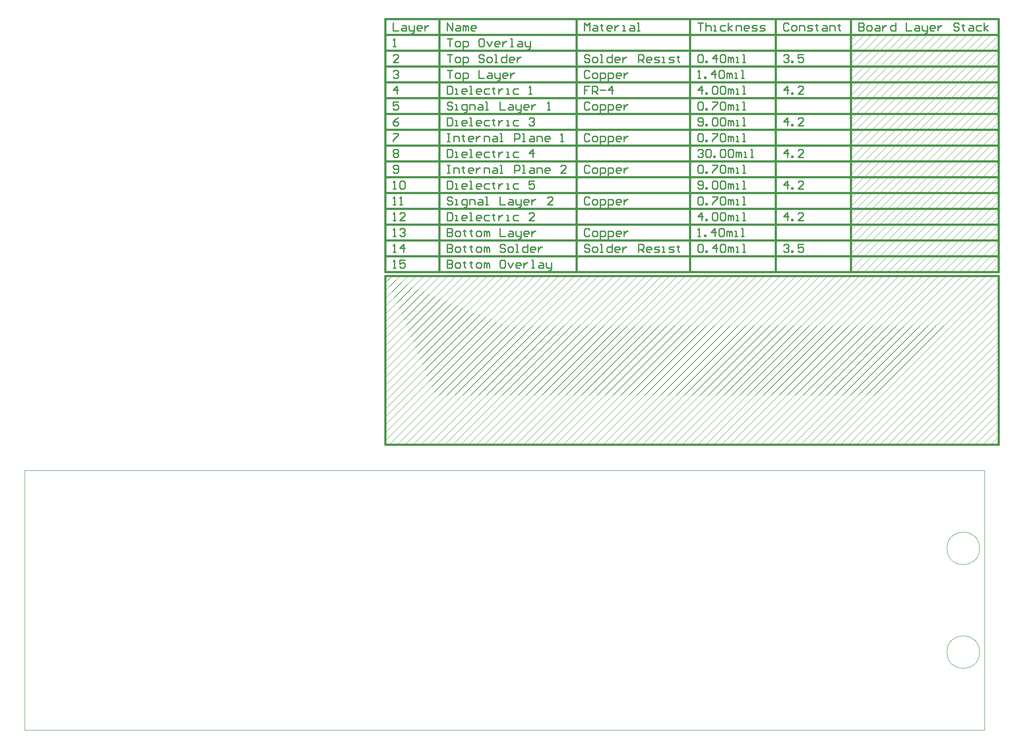
<source format=gko>
G04 Layer_Color=16711935*
%FSLAX25Y25*%
%MOIN*%
G70*
G01*
G75*
%ADD19C,0.01000*%
%ADD37C,0.00100*%
%ADD49C,0.01500*%
%ADD50C,0.00300*%
D19*
X632408Y536702D02*
Y530704D01*
X635407D01*
X636406Y531704D01*
Y532704D01*
X635407Y533703D01*
X632408D01*
X635407D01*
X636406Y534703D01*
Y535703D01*
X635407Y536702D01*
X632408D01*
X639405Y530704D02*
X641405D01*
X642405Y531704D01*
Y533703D01*
X641405Y534703D01*
X639405D01*
X638406Y533703D01*
Y531704D01*
X639405Y530704D01*
X645403Y534703D02*
X647403D01*
X648403Y533703D01*
Y530704D01*
X645403D01*
X644404Y531704D01*
X645403Y532704D01*
X648403D01*
X650402Y534703D02*
Y530704D01*
Y532704D01*
X651402Y533703D01*
X652401Y534703D01*
X653401D01*
X660399Y536702D02*
Y530704D01*
X657400D01*
X656400Y531704D01*
Y533703D01*
X657400Y534703D01*
X660399D01*
X668396Y536702D02*
Y530704D01*
X672395D01*
X675394Y534703D02*
X677393D01*
X678393Y533703D01*
Y530704D01*
X675394D01*
X674394Y531704D01*
X675394Y532704D01*
X678393D01*
X680392Y534703D02*
Y531704D01*
X681392Y530704D01*
X684391D01*
Y529705D01*
X683391Y528705D01*
X682392D01*
X684391Y530704D02*
Y534703D01*
X689389Y530704D02*
X687390D01*
X686390Y531704D01*
Y533703D01*
X687390Y534703D01*
X689389D01*
X690389Y533703D01*
Y532704D01*
X686390D01*
X692388Y534703D02*
Y530704D01*
Y532704D01*
X693388Y533703D01*
X694388Y534703D01*
X695387D01*
X708383Y535703D02*
X707383Y536702D01*
X705384D01*
X704384Y535703D01*
Y534703D01*
X705384Y533703D01*
X707383D01*
X708383Y532704D01*
Y531704D01*
X707383Y530704D01*
X705384D01*
X704384Y531704D01*
X711382Y535703D02*
Y534703D01*
X710383D01*
X712382D01*
X711382D01*
Y531704D01*
X712382Y530704D01*
X716381Y534703D02*
X718380D01*
X719380Y533703D01*
Y530704D01*
X716381D01*
X715381Y531704D01*
X716381Y532704D01*
X719380D01*
X725378Y534703D02*
X722379D01*
X721379Y533703D01*
Y531704D01*
X722379Y530704D01*
X725378D01*
X727377D02*
Y536702D01*
Y532704D02*
X730376Y534703D01*
X727377Y532704D02*
X730376Y530704D01*
X575422Y511703D02*
X576421Y512702D01*
X578421D01*
X579420Y511703D01*
Y510703D01*
X578421Y509703D01*
X577421D01*
X578421D01*
X579420Y508704D01*
Y507704D01*
X578421Y506704D01*
X576421D01*
X575422Y507704D01*
X581420Y506704D02*
Y507704D01*
X582419D01*
Y506704D01*
X581420D01*
X590417Y512702D02*
X586418D01*
Y509703D01*
X588417Y510703D01*
X589417D01*
X590417Y509703D01*
Y507704D01*
X589417Y506704D01*
X587418D01*
X586418Y507704D01*
X578421Y482704D02*
Y488702D01*
X575422Y485703D01*
X579420D01*
X581420Y482704D02*
Y483704D01*
X582419D01*
Y482704D01*
X581420D01*
X590417D02*
X586418D01*
X590417Y486703D01*
Y487703D01*
X589417Y488702D01*
X587418D01*
X586418Y487703D01*
X578421Y458704D02*
Y464702D01*
X575422Y461703D01*
X579420D01*
X581420Y458704D02*
Y459704D01*
X582419D01*
Y458704D01*
X581420D01*
X590417D02*
X586418D01*
X590417Y462703D01*
Y463703D01*
X589417Y464702D01*
X587418D01*
X586418Y463703D01*
X578421Y434704D02*
Y440702D01*
X575422Y437703D01*
X579420D01*
X581420Y434704D02*
Y435704D01*
X582419D01*
Y434704D01*
X581420D01*
X590417D02*
X586418D01*
X590417Y438703D01*
Y439703D01*
X589417Y440702D01*
X587418D01*
X586418Y439703D01*
X578421Y410704D02*
Y416702D01*
X575422Y413703D01*
X579420D01*
X581420Y410704D02*
Y411704D01*
X582419D01*
Y410704D01*
X581420D01*
X590417D02*
X586418D01*
X590417Y414703D01*
Y415703D01*
X589417Y416702D01*
X587418D01*
X586418Y415703D01*
X578421Y386704D02*
Y392702D01*
X575422Y389703D01*
X579420D01*
X581420Y386704D02*
Y387704D01*
X582419D01*
Y386704D01*
X581420D01*
X590417D02*
X586418D01*
X590417Y390703D01*
Y391703D01*
X589417Y392702D01*
X587418D01*
X586418Y391703D01*
X575422Y367703D02*
X576421Y368702D01*
X578421D01*
X579420Y367703D01*
Y366703D01*
X578421Y365703D01*
X577421D01*
X578421D01*
X579420Y364704D01*
Y363704D01*
X578421Y362704D01*
X576421D01*
X575422Y363704D01*
X581420Y362704D02*
Y363704D01*
X582419D01*
Y362704D01*
X581420D01*
X590417Y368702D02*
X586418D01*
Y365703D01*
X588417Y366703D01*
X589417D01*
X590417Y365703D01*
Y363704D01*
X589417Y362704D01*
X587418D01*
X586418Y363704D01*
X579420Y535703D02*
X578421Y536702D01*
X576421D01*
X575422Y535703D01*
Y531704D01*
X576421Y530704D01*
X578421D01*
X579420Y531704D01*
X582419Y530704D02*
X584419D01*
X585418Y531704D01*
Y533703D01*
X584419Y534703D01*
X582419D01*
X581420Y533703D01*
Y531704D01*
X582419Y530704D01*
X587418D02*
Y534703D01*
X590417D01*
X591416Y533703D01*
Y530704D01*
X593416D02*
X596415D01*
X597414Y531704D01*
X596415Y532704D01*
X594416D01*
X593416Y533703D01*
X594416Y534703D01*
X597414D01*
X600414Y535703D02*
Y534703D01*
X599414D01*
X601413D01*
X600414D01*
Y531704D01*
X601413Y530704D01*
X605412Y534703D02*
X607411D01*
X608411Y533703D01*
Y530704D01*
X605412D01*
X604412Y531704D01*
X605412Y532704D01*
X608411D01*
X610410Y530704D02*
Y534703D01*
X613409D01*
X614409Y533703D01*
Y530704D01*
X617408Y535703D02*
Y534703D01*
X616408D01*
X618408D01*
X617408D01*
Y531704D01*
X618408Y530704D01*
X510438Y511703D02*
X511438Y512702D01*
X513437D01*
X514437Y511703D01*
Y507704D01*
X513437Y506704D01*
X511438D01*
X510438Y507704D01*
Y511703D01*
X516436Y506704D02*
Y507704D01*
X517436D01*
Y506704D01*
X516436D01*
X524434D02*
Y512702D01*
X521434Y509703D01*
X525433D01*
X527433Y511703D02*
X528432Y512702D01*
X530432D01*
X531431Y511703D01*
Y507704D01*
X530432Y506704D01*
X528432D01*
X527433Y507704D01*
Y511703D01*
X533431Y506704D02*
Y510703D01*
X534430D01*
X535430Y509703D01*
Y506704D01*
Y509703D01*
X536430Y510703D01*
X537429Y509703D01*
Y506704D01*
X539429D02*
X541428D01*
X540428D01*
Y510703D01*
X539429D01*
X544427Y506704D02*
X546426D01*
X545427D01*
Y512702D01*
X544427D01*
X510438Y494704D02*
X512437D01*
X511438D01*
Y500702D01*
X510438Y499703D01*
X515437Y494704D02*
Y495704D01*
X516436D01*
Y494704D01*
X515437D01*
X523434D02*
Y500702D01*
X520435Y497703D01*
X524434D01*
X526433Y499703D02*
X527433Y500702D01*
X529432D01*
X530432Y499703D01*
Y495704D01*
X529432Y494704D01*
X527433D01*
X526433Y495704D01*
Y499703D01*
X532431Y494704D02*
Y498703D01*
X533431D01*
X534430Y497703D01*
Y494704D01*
Y497703D01*
X535430Y498703D01*
X536430Y497703D01*
Y494704D01*
X538429D02*
X540428D01*
X539429D01*
Y498703D01*
X538429D01*
X543427Y494704D02*
X545427D01*
X544427D01*
Y500702D01*
X543427D01*
X513437Y482704D02*
Y488702D01*
X510438Y485703D01*
X514437D01*
X516436Y482704D02*
Y483704D01*
X517436D01*
Y482704D01*
X516436D01*
X521434Y487703D02*
X522434Y488702D01*
X524434D01*
X525433Y487703D01*
Y483704D01*
X524434Y482704D01*
X522434D01*
X521434Y483704D01*
Y487703D01*
X527433D02*
X528432Y488702D01*
X530432D01*
X531431Y487703D01*
Y483704D01*
X530432Y482704D01*
X528432D01*
X527433Y483704D01*
Y487703D01*
X533431Y482704D02*
Y486703D01*
X534430D01*
X535430Y485703D01*
Y482704D01*
Y485703D01*
X536430Y486703D01*
X537429Y485703D01*
Y482704D01*
X539429D02*
X541428D01*
X540428D01*
Y486703D01*
X539429D01*
X544427Y482704D02*
X546426D01*
X545427D01*
Y488702D01*
X544427D01*
X510438Y475703D02*
X511438Y476702D01*
X513437D01*
X514437Y475703D01*
Y471704D01*
X513437Y470704D01*
X511438D01*
X510438Y471704D01*
Y475703D01*
X516436Y470704D02*
Y471704D01*
X517436D01*
Y470704D01*
X516436D01*
X521434Y476702D02*
X525433D01*
Y475703D01*
X521434Y471704D01*
Y470704D01*
X527433Y475703D02*
X528432Y476702D01*
X530432D01*
X531431Y475703D01*
Y471704D01*
X530432Y470704D01*
X528432D01*
X527433Y471704D01*
Y475703D01*
X533431Y470704D02*
Y474703D01*
X534430D01*
X535430Y473703D01*
Y470704D01*
Y473703D01*
X536430Y474703D01*
X537429Y473703D01*
Y470704D01*
X539429D02*
X541428D01*
X540428D01*
Y474703D01*
X539429D01*
X544427Y470704D02*
X546426D01*
X545427D01*
Y476702D01*
X544427D01*
X510438Y459704D02*
X511438Y458704D01*
X513437D01*
X514437Y459704D01*
Y463703D01*
X513437Y464702D01*
X511438D01*
X510438Y463703D01*
Y462703D01*
X511438Y461703D01*
X514437D01*
X516436Y458704D02*
Y459704D01*
X517436D01*
Y458704D01*
X516436D01*
X521434Y463703D02*
X522434Y464702D01*
X524434D01*
X525433Y463703D01*
Y459704D01*
X524434Y458704D01*
X522434D01*
X521434Y459704D01*
Y463703D01*
X527433D02*
X528432Y464702D01*
X530432D01*
X531431Y463703D01*
Y459704D01*
X530432Y458704D01*
X528432D01*
X527433Y459704D01*
Y463703D01*
X533431Y458704D02*
Y462703D01*
X534430D01*
X535430Y461703D01*
Y458704D01*
Y461703D01*
X536430Y462703D01*
X537429Y461703D01*
Y458704D01*
X539429D02*
X541428D01*
X540428D01*
Y462703D01*
X539429D01*
X544427Y458704D02*
X546426D01*
X545427D01*
Y464702D01*
X544427D01*
X510438Y451703D02*
X511438Y452702D01*
X513437D01*
X514437Y451703D01*
Y447704D01*
X513437Y446704D01*
X511438D01*
X510438Y447704D01*
Y451703D01*
X516436Y446704D02*
Y447704D01*
X517436D01*
Y446704D01*
X516436D01*
X521434Y452702D02*
X525433D01*
Y451703D01*
X521434Y447704D01*
Y446704D01*
X527433Y451703D02*
X528432Y452702D01*
X530432D01*
X531431Y451703D01*
Y447704D01*
X530432Y446704D01*
X528432D01*
X527433Y447704D01*
Y451703D01*
X533431Y446704D02*
Y450703D01*
X534430D01*
X535430Y449703D01*
Y446704D01*
Y449703D01*
X536430Y450703D01*
X537429Y449703D01*
Y446704D01*
X539429D02*
X541428D01*
X540428D01*
Y450703D01*
X539429D01*
X544427Y446704D02*
X546426D01*
X545427D01*
Y452702D01*
X544427D01*
X510438Y439703D02*
X511438Y440702D01*
X513437D01*
X514437Y439703D01*
Y438703D01*
X513437Y437703D01*
X512437D01*
X513437D01*
X514437Y436704D01*
Y435704D01*
X513437Y434704D01*
X511438D01*
X510438Y435704D01*
X516436Y439703D02*
X517436Y440702D01*
X519435D01*
X520435Y439703D01*
Y435704D01*
X519435Y434704D01*
X517436D01*
X516436Y435704D01*
Y439703D01*
X522434Y434704D02*
Y435704D01*
X523434D01*
Y434704D01*
X522434D01*
X527433Y439703D02*
X528432Y440702D01*
X530432D01*
X531431Y439703D01*
Y435704D01*
X530432Y434704D01*
X528432D01*
X527433Y435704D01*
Y439703D01*
X533431D02*
X534430Y440702D01*
X536430D01*
X537429Y439703D01*
Y435704D01*
X536430Y434704D01*
X534430D01*
X533431Y435704D01*
Y439703D01*
X539429Y434704D02*
Y438703D01*
X540428D01*
X541428Y437703D01*
Y434704D01*
Y437703D01*
X542428Y438703D01*
X543427Y437703D01*
Y434704D01*
X545427D02*
X547426D01*
X546426D01*
Y438703D01*
X545427D01*
X550425Y434704D02*
X552424D01*
X551425D01*
Y440702D01*
X550425D01*
X510438Y427703D02*
X511438Y428702D01*
X513437D01*
X514437Y427703D01*
Y423704D01*
X513437Y422704D01*
X511438D01*
X510438Y423704D01*
Y427703D01*
X516436Y422704D02*
Y423704D01*
X517436D01*
Y422704D01*
X516436D01*
X521434Y428702D02*
X525433D01*
Y427703D01*
X521434Y423704D01*
Y422704D01*
X527433Y427703D02*
X528432Y428702D01*
X530432D01*
X531431Y427703D01*
Y423704D01*
X530432Y422704D01*
X528432D01*
X527433Y423704D01*
Y427703D01*
X533431Y422704D02*
Y426703D01*
X534430D01*
X535430Y425703D01*
Y422704D01*
Y425703D01*
X536430Y426703D01*
X537429Y425703D01*
Y422704D01*
X539429D02*
X541428D01*
X540428D01*
Y426703D01*
X539429D01*
X544427Y422704D02*
X546426D01*
X545427D01*
Y428702D01*
X544427D01*
X510438Y411704D02*
X511438Y410704D01*
X513437D01*
X514437Y411704D01*
Y415703D01*
X513437Y416702D01*
X511438D01*
X510438Y415703D01*
Y414703D01*
X511438Y413703D01*
X514437D01*
X516436Y410704D02*
Y411704D01*
X517436D01*
Y410704D01*
X516436D01*
X521434Y415703D02*
X522434Y416702D01*
X524434D01*
X525433Y415703D01*
Y411704D01*
X524434Y410704D01*
X522434D01*
X521434Y411704D01*
Y415703D01*
X527433D02*
X528432Y416702D01*
X530432D01*
X531431Y415703D01*
Y411704D01*
X530432Y410704D01*
X528432D01*
X527433Y411704D01*
Y415703D01*
X533431Y410704D02*
Y414703D01*
X534430D01*
X535430Y413703D01*
Y410704D01*
Y413703D01*
X536430Y414703D01*
X537429Y413703D01*
Y410704D01*
X539429D02*
X541428D01*
X540428D01*
Y414703D01*
X539429D01*
X544427Y410704D02*
X546426D01*
X545427D01*
Y416702D01*
X544427D01*
X510438Y403703D02*
X511438Y404702D01*
X513437D01*
X514437Y403703D01*
Y399704D01*
X513437Y398704D01*
X511438D01*
X510438Y399704D01*
Y403703D01*
X516436Y398704D02*
Y399704D01*
X517436D01*
Y398704D01*
X516436D01*
X521434Y404702D02*
X525433D01*
Y403703D01*
X521434Y399704D01*
Y398704D01*
X527433Y403703D02*
X528432Y404702D01*
X530432D01*
X531431Y403703D01*
Y399704D01*
X530432Y398704D01*
X528432D01*
X527433Y399704D01*
Y403703D01*
X533431Y398704D02*
Y402703D01*
X534430D01*
X535430Y401703D01*
Y398704D01*
Y401703D01*
X536430Y402703D01*
X537429Y401703D01*
Y398704D01*
X539429D02*
X541428D01*
X540428D01*
Y402703D01*
X539429D01*
X544427Y398704D02*
X546426D01*
X545427D01*
Y404702D01*
X544427D01*
X513437Y386704D02*
Y392702D01*
X510438Y389703D01*
X514437D01*
X516436Y386704D02*
Y387704D01*
X517436D01*
Y386704D01*
X516436D01*
X521434Y391703D02*
X522434Y392702D01*
X524434D01*
X525433Y391703D01*
Y387704D01*
X524434Y386704D01*
X522434D01*
X521434Y387704D01*
Y391703D01*
X527433D02*
X528432Y392702D01*
X530432D01*
X531431Y391703D01*
Y387704D01*
X530432Y386704D01*
X528432D01*
X527433Y387704D01*
Y391703D01*
X533431Y386704D02*
Y390703D01*
X534430D01*
X535430Y389703D01*
Y386704D01*
Y389703D01*
X536430Y390703D01*
X537429Y389703D01*
Y386704D01*
X539429D02*
X541428D01*
X540428D01*
Y390703D01*
X539429D01*
X544427Y386704D02*
X546426D01*
X545427D01*
Y392702D01*
X544427D01*
X510438Y374704D02*
X512437D01*
X511438D01*
Y380702D01*
X510438Y379703D01*
X515437Y374704D02*
Y375704D01*
X516436D01*
Y374704D01*
X515437D01*
X523434D02*
Y380702D01*
X520435Y377703D01*
X524434D01*
X526433Y379703D02*
X527433Y380702D01*
X529432D01*
X530432Y379703D01*
Y375704D01*
X529432Y374704D01*
X527433D01*
X526433Y375704D01*
Y379703D01*
X532431Y374704D02*
Y378703D01*
X533431D01*
X534430Y377703D01*
Y374704D01*
Y377703D01*
X535430Y378703D01*
X536430Y377703D01*
Y374704D01*
X538429D02*
X540428D01*
X539429D01*
Y378703D01*
X538429D01*
X543427Y374704D02*
X545427D01*
X544427D01*
Y380702D01*
X543427D01*
X510438Y367703D02*
X511438Y368702D01*
X513437D01*
X514437Y367703D01*
Y363704D01*
X513437Y362704D01*
X511438D01*
X510438Y363704D01*
Y367703D01*
X516436Y362704D02*
Y363704D01*
X517436D01*
Y362704D01*
X516436D01*
X524434D02*
Y368702D01*
X521434Y365703D01*
X525433D01*
X527433Y367703D02*
X528432Y368702D01*
X530432D01*
X531431Y367703D01*
Y363704D01*
X530432Y362704D01*
X528432D01*
X527433Y363704D01*
Y367703D01*
X533431Y362704D02*
Y366703D01*
X534430D01*
X535430Y365703D01*
Y362704D01*
Y365703D01*
X536430Y366703D01*
X537429Y365703D01*
Y362704D01*
X539429D02*
X541428D01*
X540428D01*
Y366703D01*
X539429D01*
X544427Y362704D02*
X546426D01*
X545427D01*
Y368702D01*
X544427D01*
X510438Y536702D02*
X514437D01*
X512437D01*
Y530704D01*
X516436Y536702D02*
Y530704D01*
Y533703D01*
X517436Y534703D01*
X519435D01*
X520435Y533703D01*
Y530704D01*
X522434D02*
X524434D01*
X523434D01*
Y534703D01*
X522434D01*
X531431D02*
X528432D01*
X527433Y533703D01*
Y531704D01*
X528432Y530704D01*
X531431D01*
X533431D02*
Y536702D01*
Y532704D02*
X536430Y534703D01*
X533431Y532704D02*
X536430Y530704D01*
X539429D02*
Y534703D01*
X542428D01*
X543427Y533703D01*
Y530704D01*
X548426D02*
X546426D01*
X545427Y531704D01*
Y533703D01*
X546426Y534703D01*
X548426D01*
X549426Y533703D01*
Y532704D01*
X545427D01*
X551425Y530704D02*
X554424D01*
X555423Y531704D01*
X554424Y532704D01*
X552424D01*
X551425Y533703D01*
X552424Y534703D01*
X555423D01*
X557423Y530704D02*
X560422D01*
X561422Y531704D01*
X560422Y532704D01*
X558423D01*
X557423Y533703D01*
X558423Y534703D01*
X561422D01*
X428460Y511703D02*
X427460Y512702D01*
X425461D01*
X424461Y511703D01*
Y510703D01*
X425461Y509703D01*
X427460D01*
X428460Y508704D01*
Y507704D01*
X427460Y506704D01*
X425461D01*
X424461Y507704D01*
X431459Y506704D02*
X433459D01*
X434458Y507704D01*
Y509703D01*
X433459Y510703D01*
X431459D01*
X430459Y509703D01*
Y507704D01*
X431459Y506704D01*
X436457D02*
X438457D01*
X437457D01*
Y512702D01*
X436457D01*
X445455D02*
Y506704D01*
X442456D01*
X441456Y507704D01*
Y509703D01*
X442456Y510703D01*
X445455D01*
X450453Y506704D02*
X448454D01*
X447454Y507704D01*
Y509703D01*
X448454Y510703D01*
X450453D01*
X451453Y509703D01*
Y508704D01*
X447454D01*
X453452Y510703D02*
Y506704D01*
Y508704D01*
X454452Y509703D01*
X455451Y510703D01*
X456451D01*
X465448Y506704D02*
Y512702D01*
X468447D01*
X469447Y511703D01*
Y509703D01*
X468447Y508704D01*
X465448D01*
X467448D02*
X469447Y506704D01*
X474445D02*
X472446D01*
X471446Y507704D01*
Y509703D01*
X472446Y510703D01*
X474445D01*
X475445Y509703D01*
Y508704D01*
X471446D01*
X477444Y506704D02*
X480443D01*
X481443Y507704D01*
X480443Y508704D01*
X478444D01*
X477444Y509703D01*
X478444Y510703D01*
X481443D01*
X483442Y506704D02*
X485442D01*
X484442D01*
Y510703D01*
X483442D01*
X488441Y506704D02*
X491440D01*
X492439Y507704D01*
X491440Y508704D01*
X489440D01*
X488441Y509703D01*
X489440Y510703D01*
X492439D01*
X495438Y511703D02*
Y510703D01*
X494439D01*
X496438D01*
X495438D01*
Y507704D01*
X496438Y506704D01*
X428460Y499703D02*
X427460Y500702D01*
X425461D01*
X424461Y499703D01*
Y495704D01*
X425461Y494704D01*
X427460D01*
X428460Y495704D01*
X431459Y494704D02*
X433459D01*
X434458Y495704D01*
Y497703D01*
X433459Y498703D01*
X431459D01*
X430459Y497703D01*
Y495704D01*
X431459Y494704D01*
X436457Y492705D02*
Y498703D01*
X439457D01*
X440456Y497703D01*
Y495704D01*
X439457Y494704D01*
X436457D01*
X442456Y492705D02*
Y498703D01*
X445455D01*
X446454Y497703D01*
Y495704D01*
X445455Y494704D01*
X442456D01*
X451453D02*
X449453D01*
X448454Y495704D01*
Y497703D01*
X449453Y498703D01*
X451453D01*
X452452Y497703D01*
Y496704D01*
X448454D01*
X454452Y498703D02*
Y494704D01*
Y496704D01*
X455451Y497703D01*
X456451Y498703D01*
X457451D01*
X428460Y488702D02*
X424461D01*
Y485703D01*
X426461D01*
X424461D01*
Y482704D01*
X430459D02*
Y488702D01*
X433459D01*
X434458Y487703D01*
Y485703D01*
X433459Y484704D01*
X430459D01*
X432459D02*
X434458Y482704D01*
X436457Y485703D02*
X440456D01*
X445455Y482704D02*
Y488702D01*
X442456Y485703D01*
X446454D01*
X428460Y475703D02*
X427460Y476702D01*
X425461D01*
X424461Y475703D01*
Y471704D01*
X425461Y470704D01*
X427460D01*
X428460Y471704D01*
X431459Y470704D02*
X433459D01*
X434458Y471704D01*
Y473703D01*
X433459Y474703D01*
X431459D01*
X430459Y473703D01*
Y471704D01*
X431459Y470704D01*
X436457Y468705D02*
Y474703D01*
X439457D01*
X440456Y473703D01*
Y471704D01*
X439457Y470704D01*
X436457D01*
X442456Y468705D02*
Y474703D01*
X445455D01*
X446454Y473703D01*
Y471704D01*
X445455Y470704D01*
X442456D01*
X451453D02*
X449453D01*
X448454Y471704D01*
Y473703D01*
X449453Y474703D01*
X451453D01*
X452452Y473703D01*
Y472704D01*
X448454D01*
X454452Y474703D02*
Y470704D01*
Y472704D01*
X455451Y473703D01*
X456451Y474703D01*
X457451D01*
X428460Y451703D02*
X427460Y452702D01*
X425461D01*
X424461Y451703D01*
Y447704D01*
X425461Y446704D01*
X427460D01*
X428460Y447704D01*
X431459Y446704D02*
X433459D01*
X434458Y447704D01*
Y449703D01*
X433459Y450703D01*
X431459D01*
X430459Y449703D01*
Y447704D01*
X431459Y446704D01*
X436457Y444705D02*
Y450703D01*
X439457D01*
X440456Y449703D01*
Y447704D01*
X439457Y446704D01*
X436457D01*
X442456Y444705D02*
Y450703D01*
X445455D01*
X446454Y449703D01*
Y447704D01*
X445455Y446704D01*
X442456D01*
X451453D02*
X449453D01*
X448454Y447704D01*
Y449703D01*
X449453Y450703D01*
X451453D01*
X452452Y449703D01*
Y448704D01*
X448454D01*
X454452Y450703D02*
Y446704D01*
Y448704D01*
X455451Y449703D01*
X456451Y450703D01*
X457451D01*
X428460Y427703D02*
X427460Y428702D01*
X425461D01*
X424461Y427703D01*
Y423704D01*
X425461Y422704D01*
X427460D01*
X428460Y423704D01*
X431459Y422704D02*
X433459D01*
X434458Y423704D01*
Y425703D01*
X433459Y426703D01*
X431459D01*
X430459Y425703D01*
Y423704D01*
X431459Y422704D01*
X436457Y420705D02*
Y426703D01*
X439457D01*
X440456Y425703D01*
Y423704D01*
X439457Y422704D01*
X436457D01*
X442456Y420705D02*
Y426703D01*
X445455D01*
X446454Y425703D01*
Y423704D01*
X445455Y422704D01*
X442456D01*
X451453D02*
X449453D01*
X448454Y423704D01*
Y425703D01*
X449453Y426703D01*
X451453D01*
X452452Y425703D01*
Y424704D01*
X448454D01*
X454452Y426703D02*
Y422704D01*
Y424704D01*
X455451Y425703D01*
X456451Y426703D01*
X457451D01*
X428460Y403703D02*
X427460Y404702D01*
X425461D01*
X424461Y403703D01*
Y399704D01*
X425461Y398704D01*
X427460D01*
X428460Y399704D01*
X431459Y398704D02*
X433459D01*
X434458Y399704D01*
Y401703D01*
X433459Y402703D01*
X431459D01*
X430459Y401703D01*
Y399704D01*
X431459Y398704D01*
X436457Y396705D02*
Y402703D01*
X439457D01*
X440456Y401703D01*
Y399704D01*
X439457Y398704D01*
X436457D01*
X442456Y396705D02*
Y402703D01*
X445455D01*
X446454Y401703D01*
Y399704D01*
X445455Y398704D01*
X442456D01*
X451453D02*
X449453D01*
X448454Y399704D01*
Y401703D01*
X449453Y402703D01*
X451453D01*
X452452Y401703D01*
Y400704D01*
X448454D01*
X454452Y402703D02*
Y398704D01*
Y400704D01*
X455451Y401703D01*
X456451Y402703D01*
X457451D01*
X428460Y379703D02*
X427460Y380702D01*
X425461D01*
X424461Y379703D01*
Y375704D01*
X425461Y374704D01*
X427460D01*
X428460Y375704D01*
X431459Y374704D02*
X433459D01*
X434458Y375704D01*
Y377703D01*
X433459Y378703D01*
X431459D01*
X430459Y377703D01*
Y375704D01*
X431459Y374704D01*
X436457Y372705D02*
Y378703D01*
X439457D01*
X440456Y377703D01*
Y375704D01*
X439457Y374704D01*
X436457D01*
X442456Y372705D02*
Y378703D01*
X445455D01*
X446454Y377703D01*
Y375704D01*
X445455Y374704D01*
X442456D01*
X451453D02*
X449453D01*
X448454Y375704D01*
Y377703D01*
X449453Y378703D01*
X451453D01*
X452452Y377703D01*
Y376704D01*
X448454D01*
X454452Y378703D02*
Y374704D01*
Y376704D01*
X455451Y377703D01*
X456451Y378703D01*
X457451D01*
X428460Y367703D02*
X427460Y368702D01*
X425461D01*
X424461Y367703D01*
Y366703D01*
X425461Y365703D01*
X427460D01*
X428460Y364704D01*
Y363704D01*
X427460Y362704D01*
X425461D01*
X424461Y363704D01*
X431459Y362704D02*
X433459D01*
X434458Y363704D01*
Y365703D01*
X433459Y366703D01*
X431459D01*
X430459Y365703D01*
Y363704D01*
X431459Y362704D01*
X436457D02*
X438457D01*
X437457D01*
Y368702D01*
X436457D01*
X445455D02*
Y362704D01*
X442456D01*
X441456Y363704D01*
Y365703D01*
X442456Y366703D01*
X445455D01*
X450453Y362704D02*
X448454D01*
X447454Y363704D01*
Y365703D01*
X448454Y366703D01*
X450453D01*
X451453Y365703D01*
Y364704D01*
X447454D01*
X453452Y366703D02*
Y362704D01*
Y364704D01*
X454452Y365703D01*
X455451Y366703D01*
X456451D01*
X465448Y362704D02*
Y368702D01*
X468447D01*
X469447Y367703D01*
Y365703D01*
X468447Y364704D01*
X465448D01*
X467448D02*
X469447Y362704D01*
X474445D02*
X472446D01*
X471446Y363704D01*
Y365703D01*
X472446Y366703D01*
X474445D01*
X475445Y365703D01*
Y364704D01*
X471446D01*
X477444Y362704D02*
X480443D01*
X481443Y363704D01*
X480443Y364704D01*
X478444D01*
X477444Y365703D01*
X478444Y366703D01*
X481443D01*
X483442Y362704D02*
X485442D01*
X484442D01*
Y366703D01*
X483442D01*
X488441Y362704D02*
X491440D01*
X492439Y363704D01*
X491440Y364704D01*
X489440D01*
X488441Y365703D01*
X489440Y366703D01*
X492439D01*
X495438Y367703D02*
Y366703D01*
X494439D01*
X496438D01*
X495438D01*
Y363704D01*
X496438Y362704D01*
X424461Y530704D02*
Y536702D01*
X426461Y534703D01*
X428460Y536702D01*
Y530704D01*
X431459Y534703D02*
X433459D01*
X434458Y533703D01*
Y530704D01*
X431459D01*
X430459Y531704D01*
X431459Y532704D01*
X434458D01*
X437457Y535703D02*
Y534703D01*
X436457D01*
X438457D01*
X437457D01*
Y531704D01*
X438457Y530704D01*
X444455D02*
X442456D01*
X441456Y531704D01*
Y533703D01*
X442456Y534703D01*
X444455D01*
X445455Y533703D01*
Y532704D01*
X441456D01*
X447454Y534703D02*
Y530704D01*
Y532704D01*
X448454Y533703D01*
X449453Y534703D01*
X450453D01*
X453452Y530704D02*
X455451D01*
X454452D01*
Y534703D01*
X453452D01*
X459450D02*
X461449D01*
X462449Y533703D01*
Y530704D01*
X459450D01*
X458450Y531704D01*
X459450Y532704D01*
X462449D01*
X464448Y530704D02*
X466448D01*
X465448D01*
Y536702D01*
X464448D01*
X320491Y524702D02*
X324489D01*
X322490D01*
Y518704D01*
X327488D02*
X329488D01*
X330487Y519704D01*
Y521703D01*
X329488Y522703D01*
X327488D01*
X326489Y521703D01*
Y519704D01*
X327488Y518704D01*
X332487Y516705D02*
Y522703D01*
X335486D01*
X336485Y521703D01*
Y519704D01*
X335486Y518704D01*
X332487D01*
X347482Y524702D02*
X345482D01*
X344483Y523703D01*
Y519704D01*
X345482Y518704D01*
X347482D01*
X348481Y519704D01*
Y523703D01*
X347482Y524702D01*
X350481Y522703D02*
X352480Y518704D01*
X354480Y522703D01*
X359478Y518704D02*
X357478D01*
X356479Y519704D01*
Y521703D01*
X357478Y522703D01*
X359478D01*
X360478Y521703D01*
Y520704D01*
X356479D01*
X362477Y522703D02*
Y518704D01*
Y520704D01*
X363477Y521703D01*
X364476Y522703D01*
X365476D01*
X368475Y518704D02*
X370474D01*
X369475D01*
Y524702D01*
X368475D01*
X374473Y522703D02*
X376472D01*
X377472Y521703D01*
Y518704D01*
X374473D01*
X373473Y519704D01*
X374473Y520704D01*
X377472D01*
X379471Y522703D02*
Y519704D01*
X380471Y518704D01*
X383470D01*
Y517705D01*
X382470Y516705D01*
X381471D01*
X383470Y518704D02*
Y522703D01*
X320491Y512702D02*
X324489D01*
X322490D01*
Y506704D01*
X327488D02*
X329488D01*
X330487Y507704D01*
Y509703D01*
X329488Y510703D01*
X327488D01*
X326489Y509703D01*
Y507704D01*
X327488Y506704D01*
X332487Y504705D02*
Y510703D01*
X335486D01*
X336485Y509703D01*
Y507704D01*
X335486Y506704D01*
X332487D01*
X348481Y511703D02*
X347482Y512702D01*
X345482D01*
X344483Y511703D01*
Y510703D01*
X345482Y509703D01*
X347482D01*
X348481Y508704D01*
Y507704D01*
X347482Y506704D01*
X345482D01*
X344483Y507704D01*
X351481Y506704D02*
X353480D01*
X354480Y507704D01*
Y509703D01*
X353480Y510703D01*
X351481D01*
X350481Y509703D01*
Y507704D01*
X351481Y506704D01*
X356479D02*
X358478D01*
X357478D01*
Y512702D01*
X356479D01*
X365476D02*
Y506704D01*
X362477D01*
X361477Y507704D01*
Y509703D01*
X362477Y510703D01*
X365476D01*
X370474Y506704D02*
X368475D01*
X367475Y507704D01*
Y509703D01*
X368475Y510703D01*
X370474D01*
X371474Y509703D01*
Y508704D01*
X367475D01*
X373473Y510703D02*
Y506704D01*
Y508704D01*
X374473Y509703D01*
X375473Y510703D01*
X376472D01*
X320491Y500702D02*
X324489D01*
X322490D01*
Y494704D01*
X327488D02*
X329488D01*
X330487Y495704D01*
Y497703D01*
X329488Y498703D01*
X327488D01*
X326489Y497703D01*
Y495704D01*
X327488Y494704D01*
X332487Y492705D02*
Y498703D01*
X335486D01*
X336485Y497703D01*
Y495704D01*
X335486Y494704D01*
X332487D01*
X344483Y500702D02*
Y494704D01*
X348481D01*
X351481Y498703D02*
X353480D01*
X354480Y497703D01*
Y494704D01*
X351481D01*
X350481Y495704D01*
X351481Y496704D01*
X354480D01*
X356479Y498703D02*
Y495704D01*
X357478Y494704D01*
X360478D01*
Y493705D01*
X359478Y492705D01*
X358478D01*
X360478Y494704D02*
Y498703D01*
X365476Y494704D02*
X363477D01*
X362477Y495704D01*
Y497703D01*
X363477Y498703D01*
X365476D01*
X366476Y497703D01*
Y496704D01*
X362477D01*
X368475Y498703D02*
Y494704D01*
Y496704D01*
X369475Y497703D01*
X370474Y498703D01*
X371474D01*
X320491Y488702D02*
Y482704D01*
X323489D01*
X324489Y483704D01*
Y487703D01*
X323489Y488702D01*
X320491D01*
X326489Y482704D02*
X328488D01*
X327488D01*
Y486703D01*
X326489D01*
X334486Y482704D02*
X332487D01*
X331487Y483704D01*
Y485703D01*
X332487Y486703D01*
X334486D01*
X335486Y485703D01*
Y484704D01*
X331487D01*
X337485Y482704D02*
X339484D01*
X338485D01*
Y488702D01*
X337485D01*
X345482Y482704D02*
X343483D01*
X342483Y483704D01*
Y485703D01*
X343483Y486703D01*
X345482D01*
X346482Y485703D01*
Y484704D01*
X342483D01*
X352480Y486703D02*
X349481D01*
X348481Y485703D01*
Y483704D01*
X349481Y482704D01*
X352480D01*
X355479Y487703D02*
Y486703D01*
X354480D01*
X356479D01*
X355479D01*
Y483704D01*
X356479Y482704D01*
X359478Y486703D02*
Y482704D01*
Y484704D01*
X360478Y485703D01*
X361477Y486703D01*
X362477D01*
X365476Y482704D02*
X367475D01*
X366476D01*
Y486703D01*
X365476D01*
X374473D02*
X371474D01*
X370474Y485703D01*
Y483704D01*
X371474Y482704D01*
X374473D01*
X382470D02*
X384470D01*
X383470D01*
Y488702D01*
X382470Y487703D01*
X324489Y475703D02*
X323489Y476702D01*
X321490D01*
X320491Y475703D01*
Y474703D01*
X321490Y473703D01*
X323489D01*
X324489Y472704D01*
Y471704D01*
X323489Y470704D01*
X321490D01*
X320491Y471704D01*
X326489Y470704D02*
X328488D01*
X327488D01*
Y474703D01*
X326489D01*
X333486Y468705D02*
X334486D01*
X335486Y469705D01*
Y474703D01*
X332487D01*
X331487Y473703D01*
Y471704D01*
X332487Y470704D01*
X335486D01*
X337485D02*
Y474703D01*
X340484D01*
X341484Y473703D01*
Y470704D01*
X344483Y474703D02*
X346482D01*
X347482Y473703D01*
Y470704D01*
X344483D01*
X343483Y471704D01*
X344483Y472704D01*
X347482D01*
X349481Y470704D02*
X351481D01*
X350481D01*
Y476702D01*
X349481D01*
X360478D02*
Y470704D01*
X364476D01*
X367475Y474703D02*
X369475D01*
X370474Y473703D01*
Y470704D01*
X367475D01*
X366476Y471704D01*
X367475Y472704D01*
X370474D01*
X372474Y474703D02*
Y471704D01*
X373473Y470704D01*
X376472D01*
Y469705D01*
X375473Y468705D01*
X374473D01*
X376472Y470704D02*
Y474703D01*
X381471Y470704D02*
X379471D01*
X378472Y471704D01*
Y473703D01*
X379471Y474703D01*
X381471D01*
X382470Y473703D01*
Y472704D01*
X378472D01*
X384470Y474703D02*
Y470704D01*
Y472704D01*
X385470Y473703D01*
X386469Y474703D01*
X387469D01*
X396466Y470704D02*
X398465D01*
X397466D01*
Y476702D01*
X396466Y475703D01*
X320491Y464702D02*
Y458704D01*
X323489D01*
X324489Y459704D01*
Y463703D01*
X323489Y464702D01*
X320491D01*
X326489Y458704D02*
X328488D01*
X327488D01*
Y462703D01*
X326489D01*
X334486Y458704D02*
X332487D01*
X331487Y459704D01*
Y461703D01*
X332487Y462703D01*
X334486D01*
X335486Y461703D01*
Y460704D01*
X331487D01*
X337485Y458704D02*
X339484D01*
X338485D01*
Y464702D01*
X337485D01*
X345482Y458704D02*
X343483D01*
X342483Y459704D01*
Y461703D01*
X343483Y462703D01*
X345482D01*
X346482Y461703D01*
Y460704D01*
X342483D01*
X352480Y462703D02*
X349481D01*
X348481Y461703D01*
Y459704D01*
X349481Y458704D01*
X352480D01*
X355479Y463703D02*
Y462703D01*
X354480D01*
X356479D01*
X355479D01*
Y459704D01*
X356479Y458704D01*
X359478Y462703D02*
Y458704D01*
Y460704D01*
X360478Y461703D01*
X361477Y462703D01*
X362477D01*
X365476Y458704D02*
X367475D01*
X366476D01*
Y462703D01*
X365476D01*
X374473D02*
X371474D01*
X370474Y461703D01*
Y459704D01*
X371474Y458704D01*
X374473D01*
X382470Y463703D02*
X383470Y464702D01*
X385470D01*
X386469Y463703D01*
Y462703D01*
X385470Y461703D01*
X384470D01*
X385470D01*
X386469Y460704D01*
Y459704D01*
X385470Y458704D01*
X383470D01*
X382470Y459704D01*
X320491Y452702D02*
X322490D01*
X321490D01*
Y446704D01*
X320491D01*
X322490D01*
X325489D02*
Y450703D01*
X328488D01*
X329488Y449703D01*
Y446704D01*
X332487Y451703D02*
Y450703D01*
X331487D01*
X333486D01*
X332487D01*
Y447704D01*
X333486Y446704D01*
X339484D02*
X337485D01*
X336485Y447704D01*
Y449703D01*
X337485Y450703D01*
X339484D01*
X340484Y449703D01*
Y448704D01*
X336485D01*
X342483Y450703D02*
Y446704D01*
Y448704D01*
X343483Y449703D01*
X344483Y450703D01*
X345482D01*
X348481Y446704D02*
Y450703D01*
X351481D01*
X352480Y449703D01*
Y446704D01*
X355479Y450703D02*
X357478D01*
X358478Y449703D01*
Y446704D01*
X355479D01*
X354480Y447704D01*
X355479Y448704D01*
X358478D01*
X360478Y446704D02*
X362477D01*
X361477D01*
Y452702D01*
X360478D01*
X371474Y446704D02*
Y452702D01*
X374473D01*
X375473Y451703D01*
Y449703D01*
X374473Y448704D01*
X371474D01*
X377472Y446704D02*
X379471D01*
X378472D01*
Y452702D01*
X377472D01*
X383470Y450703D02*
X385470D01*
X386469Y449703D01*
Y446704D01*
X383470D01*
X382470Y447704D01*
X383470Y448704D01*
X386469D01*
X388469Y446704D02*
Y450703D01*
X391467D01*
X392467Y449703D01*
Y446704D01*
X397466D02*
X395466D01*
X394467Y447704D01*
Y449703D01*
X395466Y450703D01*
X397466D01*
X398465Y449703D01*
Y448704D01*
X394467D01*
X406463Y446704D02*
X408462D01*
X407462D01*
Y452702D01*
X406463Y451703D01*
X320491Y440702D02*
Y434704D01*
X323489D01*
X324489Y435704D01*
Y439703D01*
X323489Y440702D01*
X320491D01*
X326489Y434704D02*
X328488D01*
X327488D01*
Y438703D01*
X326489D01*
X334486Y434704D02*
X332487D01*
X331487Y435704D01*
Y437703D01*
X332487Y438703D01*
X334486D01*
X335486Y437703D01*
Y436704D01*
X331487D01*
X337485Y434704D02*
X339484D01*
X338485D01*
Y440702D01*
X337485D01*
X345482Y434704D02*
X343483D01*
X342483Y435704D01*
Y437703D01*
X343483Y438703D01*
X345482D01*
X346482Y437703D01*
Y436704D01*
X342483D01*
X352480Y438703D02*
X349481D01*
X348481Y437703D01*
Y435704D01*
X349481Y434704D01*
X352480D01*
X355479Y439703D02*
Y438703D01*
X354480D01*
X356479D01*
X355479D01*
Y435704D01*
X356479Y434704D01*
X359478Y438703D02*
Y434704D01*
Y436704D01*
X360478Y437703D01*
X361477Y438703D01*
X362477D01*
X365476Y434704D02*
X367475D01*
X366476D01*
Y438703D01*
X365476D01*
X374473D02*
X371474D01*
X370474Y437703D01*
Y435704D01*
X371474Y434704D01*
X374473D01*
X385470D02*
Y440702D01*
X382470Y437703D01*
X386469D01*
X320491Y428702D02*
X322490D01*
X321490D01*
Y422704D01*
X320491D01*
X322490D01*
X325489D02*
Y426703D01*
X328488D01*
X329488Y425703D01*
Y422704D01*
X332487Y427703D02*
Y426703D01*
X331487D01*
X333486D01*
X332487D01*
Y423704D01*
X333486Y422704D01*
X339484D02*
X337485D01*
X336485Y423704D01*
Y425703D01*
X337485Y426703D01*
X339484D01*
X340484Y425703D01*
Y424704D01*
X336485D01*
X342483Y426703D02*
Y422704D01*
Y424704D01*
X343483Y425703D01*
X344483Y426703D01*
X345482D01*
X348481Y422704D02*
Y426703D01*
X351481D01*
X352480Y425703D01*
Y422704D01*
X355479Y426703D02*
X357478D01*
X358478Y425703D01*
Y422704D01*
X355479D01*
X354480Y423704D01*
X355479Y424704D01*
X358478D01*
X360478Y422704D02*
X362477D01*
X361477D01*
Y428702D01*
X360478D01*
X371474Y422704D02*
Y428702D01*
X374473D01*
X375473Y427703D01*
Y425703D01*
X374473Y424704D01*
X371474D01*
X377472Y422704D02*
X379471D01*
X378472D01*
Y428702D01*
X377472D01*
X383470Y426703D02*
X385470D01*
X386469Y425703D01*
Y422704D01*
X383470D01*
X382470Y423704D01*
X383470Y424704D01*
X386469D01*
X388469Y422704D02*
Y426703D01*
X391467D01*
X392467Y425703D01*
Y422704D01*
X397466D02*
X395466D01*
X394467Y423704D01*
Y425703D01*
X395466Y426703D01*
X397466D01*
X398465Y425703D01*
Y424704D01*
X394467D01*
X410461Y422704D02*
X406463D01*
X410461Y426703D01*
Y427703D01*
X409462Y428702D01*
X407462D01*
X406463Y427703D01*
X320491Y416702D02*
Y410704D01*
X323489D01*
X324489Y411704D01*
Y415703D01*
X323489Y416702D01*
X320491D01*
X326489Y410704D02*
X328488D01*
X327488D01*
Y414703D01*
X326489D01*
X334486Y410704D02*
X332487D01*
X331487Y411704D01*
Y413703D01*
X332487Y414703D01*
X334486D01*
X335486Y413703D01*
Y412704D01*
X331487D01*
X337485Y410704D02*
X339484D01*
X338485D01*
Y416702D01*
X337485D01*
X345482Y410704D02*
X343483D01*
X342483Y411704D01*
Y413703D01*
X343483Y414703D01*
X345482D01*
X346482Y413703D01*
Y412704D01*
X342483D01*
X352480Y414703D02*
X349481D01*
X348481Y413703D01*
Y411704D01*
X349481Y410704D01*
X352480D01*
X355479Y415703D02*
Y414703D01*
X354480D01*
X356479D01*
X355479D01*
Y411704D01*
X356479Y410704D01*
X359478Y414703D02*
Y410704D01*
Y412704D01*
X360478Y413703D01*
X361477Y414703D01*
X362477D01*
X365476Y410704D02*
X367475D01*
X366476D01*
Y414703D01*
X365476D01*
X374473D02*
X371474D01*
X370474Y413703D01*
Y411704D01*
X371474Y410704D01*
X374473D01*
X386469Y416702D02*
X382470D01*
Y413703D01*
X384470Y414703D01*
X385470D01*
X386469Y413703D01*
Y411704D01*
X385470Y410704D01*
X383470D01*
X382470Y411704D01*
X324489Y403703D02*
X323489Y404702D01*
X321490D01*
X320491Y403703D01*
Y402703D01*
X321490Y401703D01*
X323489D01*
X324489Y400704D01*
Y399704D01*
X323489Y398704D01*
X321490D01*
X320491Y399704D01*
X326489Y398704D02*
X328488D01*
X327488D01*
Y402703D01*
X326489D01*
X333486Y396705D02*
X334486D01*
X335486Y397705D01*
Y402703D01*
X332487D01*
X331487Y401703D01*
Y399704D01*
X332487Y398704D01*
X335486D01*
X337485D02*
Y402703D01*
X340484D01*
X341484Y401703D01*
Y398704D01*
X344483Y402703D02*
X346482D01*
X347482Y401703D01*
Y398704D01*
X344483D01*
X343483Y399704D01*
X344483Y400704D01*
X347482D01*
X349481Y398704D02*
X351481D01*
X350481D01*
Y404702D01*
X349481D01*
X360478D02*
Y398704D01*
X364476D01*
X367475Y402703D02*
X369475D01*
X370474Y401703D01*
Y398704D01*
X367475D01*
X366476Y399704D01*
X367475Y400704D01*
X370474D01*
X372474Y402703D02*
Y399704D01*
X373473Y398704D01*
X376472D01*
Y397705D01*
X375473Y396705D01*
X374473D01*
X376472Y398704D02*
Y402703D01*
X381471Y398704D02*
X379471D01*
X378472Y399704D01*
Y401703D01*
X379471Y402703D01*
X381471D01*
X382470Y401703D01*
Y400704D01*
X378472D01*
X384470Y402703D02*
Y398704D01*
Y400704D01*
X385470Y401703D01*
X386469Y402703D01*
X387469D01*
X400465Y398704D02*
X396466D01*
X400465Y402703D01*
Y403703D01*
X399465Y404702D01*
X397466D01*
X396466Y403703D01*
X320491Y392702D02*
Y386704D01*
X323489D01*
X324489Y387704D01*
Y391703D01*
X323489Y392702D01*
X320491D01*
X326489Y386704D02*
X328488D01*
X327488D01*
Y390703D01*
X326489D01*
X334486Y386704D02*
X332487D01*
X331487Y387704D01*
Y389703D01*
X332487Y390703D01*
X334486D01*
X335486Y389703D01*
Y388704D01*
X331487D01*
X337485Y386704D02*
X339484D01*
X338485D01*
Y392702D01*
X337485D01*
X345482Y386704D02*
X343483D01*
X342483Y387704D01*
Y389703D01*
X343483Y390703D01*
X345482D01*
X346482Y389703D01*
Y388704D01*
X342483D01*
X352480Y390703D02*
X349481D01*
X348481Y389703D01*
Y387704D01*
X349481Y386704D01*
X352480D01*
X355479Y391703D02*
Y390703D01*
X354480D01*
X356479D01*
X355479D01*
Y387704D01*
X356479Y386704D01*
X359478Y390703D02*
Y386704D01*
Y388704D01*
X360478Y389703D01*
X361477Y390703D01*
X362477D01*
X365476Y386704D02*
X367475D01*
X366476D01*
Y390703D01*
X365476D01*
X374473D02*
X371474D01*
X370474Y389703D01*
Y387704D01*
X371474Y386704D01*
X374473D01*
X386469D02*
X382470D01*
X386469Y390703D01*
Y391703D01*
X385470Y392702D01*
X383470D01*
X382470Y391703D01*
X320491Y380702D02*
Y374704D01*
X323489D01*
X324489Y375704D01*
Y376704D01*
X323489Y377703D01*
X320491D01*
X323489D01*
X324489Y378703D01*
Y379703D01*
X323489Y380702D01*
X320491D01*
X327488Y374704D02*
X329488D01*
X330487Y375704D01*
Y377703D01*
X329488Y378703D01*
X327488D01*
X326489Y377703D01*
Y375704D01*
X327488Y374704D01*
X333486Y379703D02*
Y378703D01*
X332487D01*
X334486D01*
X333486D01*
Y375704D01*
X334486Y374704D01*
X338485Y379703D02*
Y378703D01*
X337485D01*
X339484D01*
X338485D01*
Y375704D01*
X339484Y374704D01*
X343483D02*
X345482D01*
X346482Y375704D01*
Y377703D01*
X345482Y378703D01*
X343483D01*
X342483Y377703D01*
Y375704D01*
X343483Y374704D01*
X348481D02*
Y378703D01*
X349481D01*
X350481Y377703D01*
Y374704D01*
Y377703D01*
X351481Y378703D01*
X352480Y377703D01*
Y374704D01*
X360478Y380702D02*
Y374704D01*
X364476D01*
X367475Y378703D02*
X369475D01*
X370474Y377703D01*
Y374704D01*
X367475D01*
X366476Y375704D01*
X367475Y376704D01*
X370474D01*
X372474Y378703D02*
Y375704D01*
X373473Y374704D01*
X376472D01*
Y373705D01*
X375473Y372705D01*
X374473D01*
X376472Y374704D02*
Y378703D01*
X381471Y374704D02*
X379471D01*
X378472Y375704D01*
Y377703D01*
X379471Y378703D01*
X381471D01*
X382470Y377703D01*
Y376704D01*
X378472D01*
X384470Y378703D02*
Y374704D01*
Y376704D01*
X385470Y377703D01*
X386469Y378703D01*
X387469D01*
X320491Y368702D02*
Y362704D01*
X323489D01*
X324489Y363704D01*
Y364704D01*
X323489Y365703D01*
X320491D01*
X323489D01*
X324489Y366703D01*
Y367703D01*
X323489Y368702D01*
X320491D01*
X327488Y362704D02*
X329488D01*
X330487Y363704D01*
Y365703D01*
X329488Y366703D01*
X327488D01*
X326489Y365703D01*
Y363704D01*
X327488Y362704D01*
X333486Y367703D02*
Y366703D01*
X332487D01*
X334486D01*
X333486D01*
Y363704D01*
X334486Y362704D01*
X338485Y367703D02*
Y366703D01*
X337485D01*
X339484D01*
X338485D01*
Y363704D01*
X339484Y362704D01*
X343483D02*
X345482D01*
X346482Y363704D01*
Y365703D01*
X345482Y366703D01*
X343483D01*
X342483Y365703D01*
Y363704D01*
X343483Y362704D01*
X348481D02*
Y366703D01*
X349481D01*
X350481Y365703D01*
Y362704D01*
Y365703D01*
X351481Y366703D01*
X352480Y365703D01*
Y362704D01*
X364476Y367703D02*
X363477Y368702D01*
X361477D01*
X360478Y367703D01*
Y366703D01*
X361477Y365703D01*
X363477D01*
X364476Y364704D01*
Y363704D01*
X363477Y362704D01*
X361477D01*
X360478Y363704D01*
X367475Y362704D02*
X369475D01*
X370474Y363704D01*
Y365703D01*
X369475Y366703D01*
X367475D01*
X366476Y365703D01*
Y363704D01*
X367475Y362704D01*
X372474D02*
X374473D01*
X373473D01*
Y368702D01*
X372474D01*
X381471D02*
Y362704D01*
X378472D01*
X377472Y363704D01*
Y365703D01*
X378472Y366703D01*
X381471D01*
X386469Y362704D02*
X384470D01*
X383470Y363704D01*
Y365703D01*
X384470Y366703D01*
X386469D01*
X387469Y365703D01*
Y364704D01*
X383470D01*
X389468Y366703D02*
Y362704D01*
Y364704D01*
X390468Y365703D01*
X391467Y366703D01*
X392467D01*
X320491Y356702D02*
Y350704D01*
X323489D01*
X324489Y351704D01*
Y352704D01*
X323489Y353703D01*
X320491D01*
X323489D01*
X324489Y354703D01*
Y355703D01*
X323489Y356702D01*
X320491D01*
X327488Y350704D02*
X329488D01*
X330487Y351704D01*
Y353703D01*
X329488Y354703D01*
X327488D01*
X326489Y353703D01*
Y351704D01*
X327488Y350704D01*
X333486Y355703D02*
Y354703D01*
X332487D01*
X334486D01*
X333486D01*
Y351704D01*
X334486Y350704D01*
X338485Y355703D02*
Y354703D01*
X337485D01*
X339484D01*
X338485D01*
Y351704D01*
X339484Y350704D01*
X343483D02*
X345482D01*
X346482Y351704D01*
Y353703D01*
X345482Y354703D01*
X343483D01*
X342483Y353703D01*
Y351704D01*
X343483Y350704D01*
X348481D02*
Y354703D01*
X349481D01*
X350481Y353703D01*
Y350704D01*
Y353703D01*
X351481Y354703D01*
X352480Y353703D01*
Y350704D01*
X363477Y356702D02*
X361477D01*
X360478Y355703D01*
Y351704D01*
X361477Y350704D01*
X363477D01*
X364476Y351704D01*
Y355703D01*
X363477Y356702D01*
X366476Y354703D02*
X368475Y350704D01*
X370474Y354703D01*
X375473Y350704D02*
X373473D01*
X372474Y351704D01*
Y353703D01*
X373473Y354703D01*
X375473D01*
X376472Y353703D01*
Y352704D01*
X372474D01*
X378472Y354703D02*
Y350704D01*
Y352704D01*
X379471Y353703D01*
X380471Y354703D01*
X381471D01*
X384470Y350704D02*
X386469D01*
X385470D01*
Y356702D01*
X384470D01*
X390468Y354703D02*
X392467D01*
X393467Y353703D01*
Y350704D01*
X390468D01*
X389468Y351704D01*
X390468Y352704D01*
X393467D01*
X395466Y354703D02*
Y351704D01*
X396466Y350704D01*
X399465D01*
Y349705D01*
X398465Y348705D01*
X397466D01*
X399465Y350704D02*
Y354703D01*
X320491Y530704D02*
Y536702D01*
X324489Y530704D01*
Y536702D01*
X327488Y534703D02*
X329488D01*
X330487Y533703D01*
Y530704D01*
X327488D01*
X326489Y531704D01*
X327488Y532704D01*
X330487D01*
X332487Y530704D02*
Y534703D01*
X333486D01*
X334486Y533703D01*
Y530704D01*
Y533703D01*
X335486Y534703D01*
X336485Y533703D01*
Y530704D01*
X341484D02*
X339484D01*
X338485Y531704D01*
Y533703D01*
X339484Y534703D01*
X341484D01*
X342483Y533703D01*
Y532704D01*
X338485D01*
X279499Y518704D02*
X281499D01*
X280499D01*
Y524702D01*
X279499Y523703D01*
X283498Y506704D02*
X279499D01*
X283498Y510703D01*
Y511703D01*
X282498Y512702D01*
X280499D01*
X279499Y511703D01*
Y499703D02*
X280499Y500702D01*
X282498D01*
X283498Y499703D01*
Y498703D01*
X282498Y497703D01*
X281499D01*
X282498D01*
X283498Y496704D01*
Y495704D01*
X282498Y494704D01*
X280499D01*
X279499Y495704D01*
X282498Y482704D02*
Y488702D01*
X279499Y485703D01*
X283498D01*
Y476702D02*
X279499D01*
Y473703D01*
X281499Y474703D01*
X282498D01*
X283498Y473703D01*
Y471704D01*
X282498Y470704D01*
X280499D01*
X279499Y471704D01*
X283498Y464702D02*
X281499Y463703D01*
X279499Y461703D01*
Y459704D01*
X280499Y458704D01*
X282498D01*
X283498Y459704D01*
Y460704D01*
X282498Y461703D01*
X279499D01*
Y452702D02*
X283498D01*
Y451703D01*
X279499Y447704D01*
Y446704D01*
Y439703D02*
X280499Y440702D01*
X282498D01*
X283498Y439703D01*
Y438703D01*
X282498Y437703D01*
X283498Y436704D01*
Y435704D01*
X282498Y434704D01*
X280499D01*
X279499Y435704D01*
Y436704D01*
X280499Y437703D01*
X279499Y438703D01*
Y439703D01*
X280499Y437703D02*
X282498D01*
X279499Y423704D02*
X280499Y422704D01*
X282498D01*
X283498Y423704D01*
Y427703D01*
X282498Y428702D01*
X280499D01*
X279499Y427703D01*
Y426703D01*
X280499Y425703D01*
X283498D01*
X279499Y410704D02*
X281499D01*
X280499D01*
Y416702D01*
X279499Y415703D01*
X284498D02*
X285497Y416702D01*
X287497D01*
X288496Y415703D01*
Y411704D01*
X287497Y410704D01*
X285497D01*
X284498Y411704D01*
Y415703D01*
X279499Y398704D02*
X281499D01*
X280499D01*
Y404702D01*
X279499Y403703D01*
X284498Y398704D02*
X286497D01*
X285497D01*
Y404702D01*
X284498Y403703D01*
X279499Y386704D02*
X281499D01*
X280499D01*
Y392702D01*
X279499Y391703D01*
X288496Y386704D02*
X284498D01*
X288496Y390703D01*
Y391703D01*
X287497Y392702D01*
X285497D01*
X284498Y391703D01*
X279499Y374704D02*
X281499D01*
X280499D01*
Y380702D01*
X279499Y379703D01*
X284498D02*
X285497Y380702D01*
X287497D01*
X288496Y379703D01*
Y378703D01*
X287497Y377703D01*
X286497D01*
X287497D01*
X288496Y376704D01*
Y375704D01*
X287497Y374704D01*
X285497D01*
X284498Y375704D01*
X279499Y362704D02*
X281499D01*
X280499D01*
Y368702D01*
X279499Y367703D01*
X287497Y362704D02*
Y368702D01*
X284498Y365703D01*
X288496D01*
X279499Y350704D02*
X281499D01*
X280499D01*
Y356702D01*
X279499Y355703D01*
X288496Y356702D02*
X284498D01*
Y353703D01*
X286497Y354703D01*
X287497D01*
X288496Y353703D01*
Y351704D01*
X287497Y350704D01*
X285497D01*
X284498Y351704D01*
X279499Y536702D02*
Y530704D01*
X283498D01*
X286497Y534703D02*
X288496D01*
X289496Y533703D01*
Y530704D01*
X286497D01*
X285497Y531704D01*
X286497Y532704D01*
X289496D01*
X291495Y534703D02*
Y531704D01*
X292495Y530704D01*
X295494D01*
Y529705D01*
X294494Y528705D01*
X293495D01*
X295494Y530704D02*
Y534703D01*
X300492Y530704D02*
X298493D01*
X297493Y531704D01*
Y533703D01*
X298493Y534703D01*
X300492D01*
X301492Y533703D01*
Y532704D01*
X297493D01*
X303491Y534703D02*
Y530704D01*
Y532704D01*
X304491Y533703D01*
X305491Y534703D01*
X306490D01*
D37*
X724057Y59080D02*
G03*
X724057Y59080I-12400J0D01*
G01*
Y137820D02*
G03*
X724057Y137820I-12400J0D01*
G01*
X273499Y339695D02*
X278563Y344759D01*
X273499Y333695D02*
X284563Y344759D01*
X273499Y327695D02*
X290563Y344759D01*
X273499Y321695D02*
X296563Y344759D01*
X273499Y315695D02*
X302563Y344759D01*
X273499Y309695D02*
X308563Y344759D01*
X273499Y303695D02*
X314563Y344759D01*
X273499Y297695D02*
X320563Y344759D01*
X273499Y291695D02*
X326563Y344759D01*
X273499Y285695D02*
X332563Y344759D01*
X273499Y279695D02*
X338563Y344759D01*
X273499Y273695D02*
X344563Y344759D01*
X273499Y267695D02*
X350563Y344759D01*
X273499Y261695D02*
X356563Y344759D01*
X273499Y255695D02*
X362563Y344759D01*
X273499Y249695D02*
X368563Y344759D01*
X273499Y243695D02*
X374563Y344759D01*
X273499Y237695D02*
X380563Y344759D01*
X273499Y231695D02*
X386563Y344759D01*
X273499Y225695D02*
X392563Y344759D01*
X273499Y219695D02*
X398563Y344759D01*
X276322Y216517D02*
X404563Y344759D01*
X282322Y216517D02*
X410563Y344759D01*
X288322Y216517D02*
X416563Y344759D01*
X294322Y216517D02*
X422563Y344759D01*
X300322Y216517D02*
X428563Y344759D01*
X306322Y216517D02*
X434563Y344759D01*
X312322Y216517D02*
X440563Y344759D01*
X318322Y216517D02*
X446563Y344759D01*
X324322Y216517D02*
X452563Y344759D01*
X330322Y216517D02*
X458563Y344759D01*
X336322Y216517D02*
X464563Y344759D01*
X342322Y216517D02*
X470563Y344759D01*
X348322Y216517D02*
X476563Y344759D01*
X354322Y216517D02*
X482563Y344759D01*
X360322Y216517D02*
X488563Y344759D01*
X366322Y216517D02*
X494563Y344759D01*
X372322Y216517D02*
X500563Y344759D01*
X378322Y216517D02*
X506563Y344759D01*
X384322Y216517D02*
X512563Y344759D01*
X390322Y216517D02*
X518563Y344759D01*
X396322Y216517D02*
X524563Y344759D01*
X402322Y216517D02*
X530563Y344759D01*
X408322Y216517D02*
X536563Y344759D01*
X414322Y216517D02*
X542563Y344759D01*
X420322Y216517D02*
X548563Y344759D01*
X426322Y216517D02*
X554563Y344759D01*
X432322Y216517D02*
X560563Y344759D01*
X438322Y216517D02*
X566563Y344759D01*
X444322Y216517D02*
X572563Y344759D01*
X450322Y216517D02*
X578563Y344759D01*
X456322Y216517D02*
X584563Y344759D01*
X462322Y216517D02*
X590563Y344759D01*
X468322Y216517D02*
X596563Y344759D01*
X474322Y216517D02*
X602563Y344759D01*
X480322Y216517D02*
X608563Y344759D01*
X486322Y216517D02*
X614563Y344759D01*
X492322Y216517D02*
X620563Y344759D01*
X498322Y216517D02*
X626563Y344759D01*
X504322Y216517D02*
X632563Y344759D01*
X510322Y216517D02*
X638563Y344759D01*
X516322Y216517D02*
X644563Y344759D01*
X522322Y216517D02*
X650563Y344759D01*
X528322Y216517D02*
X656563Y344759D01*
X534322Y216517D02*
X662563Y344759D01*
X540322Y216517D02*
X668563Y344759D01*
X546322Y216517D02*
X674563Y344759D01*
X552322Y216517D02*
X680563Y344759D01*
X558322Y216517D02*
X686563Y344759D01*
X564322Y216517D02*
X692563Y344759D01*
X570322Y216517D02*
X698563Y344759D01*
X576322Y216517D02*
X704563Y344759D01*
X582322Y216517D02*
X710563Y344759D01*
X588322Y216517D02*
X716563Y344759D01*
X594322Y216517D02*
X722563Y344759D01*
X600322Y216517D02*
X728563Y344759D01*
X606322Y216517D02*
X734563Y344759D01*
X612322Y216517D02*
X738376Y342571D01*
X618322Y216517D02*
X738376Y336572D01*
X624322Y216517D02*
X738376Y330572D01*
X630322Y216517D02*
X738376Y324571D01*
X636322Y216517D02*
X738376Y318571D01*
X642322Y216517D02*
X738376Y312572D01*
X648322Y216517D02*
X738376Y306572D01*
X654322Y216517D02*
X738376Y300571D01*
X660322Y216517D02*
X738376Y294571D01*
X666322Y216517D02*
X738376Y288572D01*
X672322Y216517D02*
X738376Y282572D01*
X678322Y216517D02*
X738376Y276571D01*
X684322Y216517D02*
X738376Y270571D01*
X690322Y216517D02*
X738376Y264571D01*
X696322Y216517D02*
X738376Y258572D01*
X702322Y216517D02*
X738376Y252572D01*
X708322Y216517D02*
X738376Y246571D01*
X714322Y216517D02*
X738376Y240571D01*
X720322Y216517D02*
X738376Y234572D01*
X726322Y216517D02*
X738376Y228572D01*
X732322Y216517D02*
X738376Y222571D01*
X626408Y523736D02*
X630376Y527704D01*
X626408Y517736D02*
X636376Y527704D01*
X630376Y515704D02*
X642376Y527704D01*
X636376Y515704D02*
X648376Y527704D01*
X642376Y515704D02*
X654376Y527704D01*
X648376Y515704D02*
X660376Y527704D01*
X654376Y515704D02*
X666376Y527704D01*
X660376Y515704D02*
X672376Y527704D01*
X666376Y515704D02*
X678376Y527704D01*
X672376Y515704D02*
X684376Y527704D01*
X678376Y515704D02*
X690376Y527704D01*
X684376Y515704D02*
X696376Y527704D01*
X690376Y515704D02*
X702376Y527704D01*
X696376Y515704D02*
X708376Y527704D01*
X702376Y515704D02*
X714376Y527704D01*
X708376Y515704D02*
X720376Y527704D01*
X714376Y515704D02*
X726376Y527704D01*
X720376Y515704D02*
X732376Y527704D01*
X726376Y515704D02*
X738376Y527704D01*
X732376Y515704D02*
X738376Y521704D01*
X626408Y511736D02*
X630376Y515704D01*
X626408Y505736D02*
X636376Y515704D01*
X630376Y503704D02*
X642376Y515704D01*
X636376Y503704D02*
X648376Y515704D01*
X642376Y503704D02*
X654376Y515704D01*
X648376Y503704D02*
X660376Y515704D01*
X654376Y503704D02*
X666376Y515704D01*
X660376Y503704D02*
X672376Y515704D01*
X666376Y503704D02*
X678376Y515704D01*
X672376Y503704D02*
X684376Y515704D01*
X678376Y503704D02*
X690376Y515704D01*
X684376Y503704D02*
X696376Y515704D01*
X690376Y503704D02*
X702376Y515704D01*
X696376Y503704D02*
X708376Y515704D01*
X702376Y503704D02*
X714376Y515704D01*
X708376Y503704D02*
X720376Y515704D01*
X714376Y503704D02*
X726376Y515704D01*
X720376Y503704D02*
X732376Y515704D01*
X726376Y503704D02*
X738376Y515704D01*
X732376Y503704D02*
X738376Y509704D01*
X626408Y499736D02*
X630376Y503704D01*
X626408Y493736D02*
X636376Y503704D01*
X630376Y491704D02*
X642376Y503704D01*
X636376Y491704D02*
X648376Y503704D01*
X642376Y491704D02*
X654376Y503704D01*
X648376Y491704D02*
X660376Y503704D01*
X654376Y491704D02*
X666376Y503704D01*
X660376Y491704D02*
X672376Y503704D01*
X666376Y491704D02*
X678376Y503704D01*
X672376Y491704D02*
X684376Y503704D01*
X678376Y491704D02*
X690376Y503704D01*
X684376Y491704D02*
X696376Y503704D01*
X690376Y491704D02*
X702376Y503704D01*
X696376Y491704D02*
X708376Y503704D01*
X702376Y491704D02*
X714376Y503704D01*
X708376Y491704D02*
X720376Y503704D01*
X714376Y491704D02*
X726376Y503704D01*
X720376Y491704D02*
X732376Y503704D01*
X726376Y491704D02*
X738376Y503704D01*
X732376Y491704D02*
X738376Y497704D01*
X626408Y487736D02*
X630376Y491704D01*
X626408Y481736D02*
X636376Y491704D01*
X630376Y479704D02*
X642376Y491704D01*
X636376Y479704D02*
X648376Y491704D01*
X642376Y479704D02*
X654376Y491704D01*
X648376Y479704D02*
X660376Y491704D01*
X654376Y479704D02*
X666376Y491704D01*
X660376Y479704D02*
X672376Y491704D01*
X666376Y479704D02*
X678376Y491704D01*
X672376Y479704D02*
X684376Y491704D01*
X678376Y479704D02*
X690376Y491704D01*
X684376Y479704D02*
X696376Y491704D01*
X690376Y479704D02*
X702376Y491704D01*
X696376Y479704D02*
X708376Y491704D01*
X702376Y479704D02*
X714376Y491704D01*
X708376Y479704D02*
X720376Y491704D01*
X714376Y479704D02*
X726376Y491704D01*
X720376Y479704D02*
X732376Y491704D01*
X726376Y479704D02*
X738376Y491704D01*
X732376Y479704D02*
X738376Y485704D01*
X626408Y475736D02*
X630376Y479704D01*
X626408Y469736D02*
X636376Y479704D01*
X630376Y467704D02*
X642376Y479704D01*
X636376Y467704D02*
X648376Y479704D01*
X642376Y467704D02*
X654376Y479704D01*
X648376Y467704D02*
X660376Y479704D01*
X654376Y467704D02*
X666376Y479704D01*
X660376Y467704D02*
X672376Y479704D01*
X666376Y467704D02*
X678376Y479704D01*
X672376Y467704D02*
X684376Y479704D01*
X678376Y467704D02*
X690376Y479704D01*
X684376Y467704D02*
X696376Y479704D01*
X690376Y467704D02*
X702376Y479704D01*
X696376Y467704D02*
X708376Y479704D01*
X702376Y467704D02*
X714376Y479704D01*
X708376Y467704D02*
X720376Y479704D01*
X714376Y467704D02*
X726376Y479704D01*
X720376Y467704D02*
X732376Y479704D01*
X726376Y467704D02*
X738376Y479704D01*
X732376Y467704D02*
X738376Y473704D01*
X626408Y463736D02*
X630376Y467704D01*
X626408Y457736D02*
X636376Y467704D01*
X630376Y455704D02*
X642376Y467704D01*
X636376Y455704D02*
X648376Y467704D01*
X642376Y455704D02*
X654376Y467704D01*
X648376Y455704D02*
X660376Y467704D01*
X654376Y455704D02*
X666376Y467704D01*
X660376Y455704D02*
X672376Y467704D01*
X666376Y455704D02*
X678376Y467704D01*
X672376Y455704D02*
X684376Y467704D01*
X678376Y455704D02*
X690376Y467704D01*
X684376Y455704D02*
X696376Y467704D01*
X690376Y455704D02*
X702376Y467704D01*
X696376Y455704D02*
X708376Y467704D01*
X702376Y455704D02*
X714376Y467704D01*
X708376Y455704D02*
X720376Y467704D01*
X714376Y455704D02*
X726376Y467704D01*
X720376Y455704D02*
X732376Y467704D01*
X726376Y455704D02*
X738376Y467704D01*
X732376Y455704D02*
X738376Y461704D01*
X626408Y451736D02*
X630376Y455704D01*
X626408Y445736D02*
X636376Y455704D01*
X630376Y443704D02*
X642376Y455704D01*
X636376Y443704D02*
X648376Y455704D01*
X642376Y443704D02*
X654376Y455704D01*
X648376Y443704D02*
X660376Y455704D01*
X654376Y443704D02*
X666376Y455704D01*
X660376Y443704D02*
X672376Y455704D01*
X666376Y443704D02*
X678376Y455704D01*
X672376Y443704D02*
X684376Y455704D01*
X678376Y443704D02*
X690376Y455704D01*
X684376Y443704D02*
X696376Y455704D01*
X690376Y443704D02*
X702376Y455704D01*
X696376Y443704D02*
X708376Y455704D01*
X702376Y443704D02*
X714376Y455704D01*
X708376Y443704D02*
X720376Y455704D01*
X714376Y443704D02*
X726376Y455704D01*
X720376Y443704D02*
X732376Y455704D01*
X726376Y443704D02*
X738376Y455704D01*
X732376Y443704D02*
X738376Y449704D01*
X626408Y439736D02*
X630376Y443704D01*
X626408Y433736D02*
X636376Y443704D01*
X630376Y431704D02*
X642376Y443704D01*
X636376Y431704D02*
X648376Y443704D01*
X642376Y431704D02*
X654376Y443704D01*
X648376Y431704D02*
X660376Y443704D01*
X654376Y431704D02*
X666376Y443704D01*
X660376Y431704D02*
X672376Y443704D01*
X666376Y431704D02*
X678376Y443704D01*
X672376Y431704D02*
X684376Y443704D01*
X678376Y431704D02*
X690376Y443704D01*
X684376Y431704D02*
X696376Y443704D01*
X690376Y431704D02*
X702376Y443704D01*
X696376Y431704D02*
X708376Y443704D01*
X702376Y431704D02*
X714376Y443704D01*
X708376Y431704D02*
X720376Y443704D01*
X714376Y431704D02*
X726376Y443704D01*
X720376Y431704D02*
X732376Y443704D01*
X726376Y431704D02*
X738376Y443704D01*
X732376Y431704D02*
X738376Y437704D01*
X626408Y427736D02*
X630376Y431704D01*
X626408Y421736D02*
X636376Y431704D01*
X630376Y419704D02*
X642376Y431704D01*
X636376Y419704D02*
X648376Y431704D01*
X642376Y419704D02*
X654376Y431704D01*
X648376Y419704D02*
X660376Y431704D01*
X654376Y419704D02*
X666376Y431704D01*
X660376Y419704D02*
X672376Y431704D01*
X666376Y419704D02*
X678376Y431704D01*
X672376Y419704D02*
X684376Y431704D01*
X678376Y419704D02*
X690376Y431704D01*
X684376Y419704D02*
X696376Y431704D01*
X690376Y419704D02*
X702376Y431704D01*
X696376Y419704D02*
X708376Y431704D01*
X702376Y419704D02*
X714376Y431704D01*
X708376Y419704D02*
X720376Y431704D01*
X714376Y419704D02*
X726376Y431704D01*
X720376Y419704D02*
X732376Y431704D01*
X726376Y419704D02*
X738376Y431704D01*
X732376Y419704D02*
X738376Y425704D01*
X626408Y415736D02*
X630376Y419704D01*
X626408Y409736D02*
X636376Y419704D01*
X630376Y407704D02*
X642376Y419704D01*
X636376Y407704D02*
X648376Y419704D01*
X642376Y407704D02*
X654376Y419704D01*
X648376Y407704D02*
X660376Y419704D01*
X654376Y407704D02*
X666376Y419704D01*
X660376Y407704D02*
X672376Y419704D01*
X666376Y407704D02*
X678376Y419704D01*
X672376Y407704D02*
X684376Y419704D01*
X678376Y407704D02*
X690376Y419704D01*
X684376Y407704D02*
X696376Y419704D01*
X690376Y407704D02*
X702376Y419704D01*
X696376Y407704D02*
X708376Y419704D01*
X702376Y407704D02*
X714376Y419704D01*
X708376Y407704D02*
X720376Y419704D01*
X714376Y407704D02*
X726376Y419704D01*
X720376Y407704D02*
X732376Y419704D01*
X726376Y407704D02*
X738376Y419704D01*
X732376Y407704D02*
X738376Y413704D01*
X626408Y403736D02*
X630376Y407704D01*
X626408Y397736D02*
X636376Y407704D01*
X630376Y395704D02*
X642376Y407704D01*
X636376Y395704D02*
X648376Y407704D01*
X642376Y395704D02*
X654376Y407704D01*
X648376Y395704D02*
X660376Y407704D01*
X654376Y395704D02*
X666376Y407704D01*
X660376Y395704D02*
X672376Y407704D01*
X666376Y395704D02*
X678376Y407704D01*
X672376Y395704D02*
X684376Y407704D01*
X678376Y395704D02*
X690376Y407704D01*
X684376Y395704D02*
X696376Y407704D01*
X690376Y395704D02*
X702376Y407704D01*
X696376Y395704D02*
X708376Y407704D01*
X702376Y395704D02*
X714376Y407704D01*
X708376Y395704D02*
X720376Y407704D01*
X714376Y395704D02*
X726376Y407704D01*
X720376Y395704D02*
X732376Y407704D01*
X726376Y395704D02*
X738376Y407704D01*
X732376Y395704D02*
X738376Y401704D01*
X626408Y391736D02*
X630376Y395704D01*
X626408Y385736D02*
X636376Y395704D01*
X630376Y383704D02*
X642376Y395704D01*
X636376Y383704D02*
X648376Y395704D01*
X642376Y383704D02*
X654376Y395704D01*
X648376Y383704D02*
X660376Y395704D01*
X654376Y383704D02*
X666376Y395704D01*
X660376Y383704D02*
X672376Y395704D01*
X666376Y383704D02*
X678376Y395704D01*
X672376Y383704D02*
X684376Y395704D01*
X678376Y383704D02*
X690376Y395704D01*
X684376Y383704D02*
X696376Y395704D01*
X690376Y383704D02*
X702376Y395704D01*
X696376Y383704D02*
X708376Y395704D01*
X702376Y383704D02*
X714376Y395704D01*
X708376Y383704D02*
X720376Y395704D01*
X714376Y383704D02*
X726376Y395704D01*
X720376Y383704D02*
X732376Y395704D01*
X726376Y383704D02*
X738376Y395704D01*
X732376Y383704D02*
X738376Y389704D01*
X626408Y379736D02*
X630376Y383704D01*
X626408Y373736D02*
X636376Y383704D01*
X630376Y371704D02*
X642376Y383704D01*
X636376Y371704D02*
X648376Y383704D01*
X642376Y371704D02*
X654376Y383704D01*
X648376Y371704D02*
X660376Y383704D01*
X654376Y371704D02*
X666376Y383704D01*
X660376Y371704D02*
X672376Y383704D01*
X666376Y371704D02*
X678376Y383704D01*
X672376Y371704D02*
X684376Y383704D01*
X678376Y371704D02*
X690376Y383704D01*
X684376Y371704D02*
X696376Y383704D01*
X690376Y371704D02*
X702376Y383704D01*
X696376Y371704D02*
X708376Y383704D01*
X702376Y371704D02*
X714376Y383704D01*
X708376Y371704D02*
X720376Y383704D01*
X714376Y371704D02*
X726376Y383704D01*
X720376Y371704D02*
X732376Y383704D01*
X726376Y371704D02*
X738376Y383704D01*
X732376Y371704D02*
X738376Y377704D01*
X626408Y367736D02*
X630376Y371704D01*
X626408Y361736D02*
X636376Y371704D01*
X630376Y359704D02*
X642376Y371704D01*
X636376Y359704D02*
X648376Y371704D01*
X642376Y359704D02*
X654376Y371704D01*
X648376Y359704D02*
X660376Y371704D01*
X654376Y359704D02*
X666376Y371704D01*
X660376Y359704D02*
X672376Y371704D01*
X666376Y359704D02*
X678376Y371704D01*
X672376Y359704D02*
X684376Y371704D01*
X678376Y359704D02*
X690376Y371704D01*
X684376Y359704D02*
X696376Y371704D01*
X690376Y359704D02*
X702376Y371704D01*
X696376Y359704D02*
X708376Y371704D01*
X702376Y359704D02*
X714376Y371704D01*
X708376Y359704D02*
X720376Y371704D01*
X714376Y359704D02*
X726376Y371704D01*
X720376Y359704D02*
X732376Y371704D01*
X726376Y359704D02*
X738376Y371704D01*
X732376Y359704D02*
X738376Y365704D01*
X626408Y355736D02*
X630376Y359704D01*
X626408Y349736D02*
X636376Y359704D01*
X630376Y347704D02*
X642376Y359704D01*
X636376Y347704D02*
X648376Y359704D01*
X642376Y347704D02*
X654376Y359704D01*
X648376Y347704D02*
X660376Y359704D01*
X654376Y347704D02*
X666376Y359704D01*
X660376Y347704D02*
X672376Y359704D01*
X666376Y347704D02*
X678376Y359704D01*
X672376Y347704D02*
X684376Y359704D01*
X678376Y347704D02*
X690376Y359704D01*
X684376Y347704D02*
X696376Y359704D01*
X690376Y347704D02*
X702376Y359704D01*
X696376Y347704D02*
X708376Y359704D01*
X702376Y347704D02*
X714376Y359704D01*
X708376Y347704D02*
X720376Y359704D01*
X714376Y347704D02*
X726376Y359704D01*
X720376Y347704D02*
X732376Y359704D01*
X726376Y347704D02*
X738376Y359704D01*
X732376Y347704D02*
X738376Y353704D01*
D49*
X273499Y216571D02*
Y344704D01*
X738376D01*
Y216571D02*
Y344704D01*
X273499Y216571D02*
X738376D01*
X738376Y347704D02*
Y539704D01*
X626408Y515704D02*
X738376D01*
X626408Y503704D02*
X738376D01*
X626408Y491704D02*
X738376D01*
X626408Y479704D02*
X738376D01*
X626408Y467704D02*
X738376D01*
X626408Y455704D02*
X738376D01*
X626408Y443704D02*
X738376D01*
X626408Y431704D02*
X738376D01*
X626408Y419704D02*
X738376D01*
X626408Y407704D02*
X738376D01*
X626408Y395704D02*
X738376D01*
X626408Y383704D02*
X738376D01*
X626408Y371704D02*
X738376D01*
X626408Y359704D02*
X738376D01*
X626408Y347704D02*
X738376D01*
X626408D02*
Y539704D01*
X569422Y515704D02*
X626408D01*
X569422Y503704D02*
X626408D01*
X569422Y491704D02*
X626408D01*
X569422Y479704D02*
X626408D01*
X569422Y467704D02*
X626408D01*
X569422Y455704D02*
X626408D01*
X569422Y443704D02*
X626408D01*
X569422Y431704D02*
X626408D01*
X569422Y419704D02*
X626408D01*
X569422Y407704D02*
X626408D01*
X569422Y395704D02*
X626408D01*
X569422Y383704D02*
X626408D01*
X569422Y371704D02*
X626408D01*
X569422Y359704D02*
X626408D01*
X569422Y347704D02*
X626408D01*
X569422D02*
Y539704D01*
X504438Y515704D02*
X569422D01*
X504438Y503704D02*
X569422D01*
X504438Y491704D02*
X569422D01*
X504438Y479704D02*
X569422D01*
X504438Y467704D02*
X569422D01*
X504438Y455704D02*
X569422D01*
X504438Y443704D02*
X569422D01*
X504438Y431704D02*
X569422D01*
X504438Y419704D02*
X569422D01*
X504438Y407704D02*
X569422D01*
X504438Y395704D02*
X569422D01*
X504438Y383704D02*
X569422D01*
X504438Y371704D02*
X569422D01*
X504438Y359704D02*
X569422D01*
X504438Y347704D02*
X569422D01*
X504438D02*
Y539704D01*
X418461Y515704D02*
X504438D01*
X418461Y503704D02*
X504438D01*
X418461Y491704D02*
X504438D01*
X418461Y479704D02*
X504438D01*
X418461Y467704D02*
X504438D01*
X418461Y455704D02*
X504438D01*
X418461Y443704D02*
X504438D01*
X418461Y431704D02*
X504438D01*
X418461Y419704D02*
X504438D01*
X418461Y407704D02*
X504438D01*
X418461Y395704D02*
X504438D01*
X418461Y383704D02*
X504438D01*
X418461Y371704D02*
X504438D01*
X418461Y359704D02*
X504438D01*
X418461Y347704D02*
X504438D01*
X418461D02*
Y539704D01*
X314491Y515704D02*
X418461D01*
X314491Y503704D02*
X418461D01*
X314491Y491704D02*
X418461D01*
X314491Y479704D02*
X418461D01*
X314491Y467704D02*
X418461D01*
X314491Y455704D02*
X418461D01*
X314491Y443704D02*
X418461D01*
X314491Y431704D02*
X418461D01*
X314491Y419704D02*
X418461D01*
X314491Y407704D02*
X418461D01*
X314491Y395704D02*
X418461D01*
X314491Y383704D02*
X418461D01*
X314491Y371704D02*
X418461D01*
X314491Y359704D02*
X418461D01*
X314491Y347704D02*
X418461D01*
X314491D02*
Y539704D01*
X273499Y515704D02*
X314491D01*
X273499Y503704D02*
X314491D01*
X273499Y491704D02*
X314491D01*
X273499Y479704D02*
X314491D01*
X273499Y467704D02*
X314491D01*
X273499Y455704D02*
X314491D01*
X273499Y443704D02*
X314491D01*
X273499Y431704D02*
X314491D01*
X273499Y419704D02*
X314491D01*
X273499Y407704D02*
X314491D01*
X273499Y395704D02*
X314491D01*
X273499Y383704D02*
X314491D01*
X273499Y371704D02*
X314491D01*
X273499Y359704D02*
X314491D01*
X273499Y347704D02*
X314491D01*
X273499D02*
Y539704D01*
X738376D01*
X273499Y527704D02*
X738376D01*
D50*
X0Y0D02*
Y196900D01*
Y0D02*
X727533D01*
Y39D02*
Y196900D01*
X0D02*
X727533D01*
M02*

</source>
